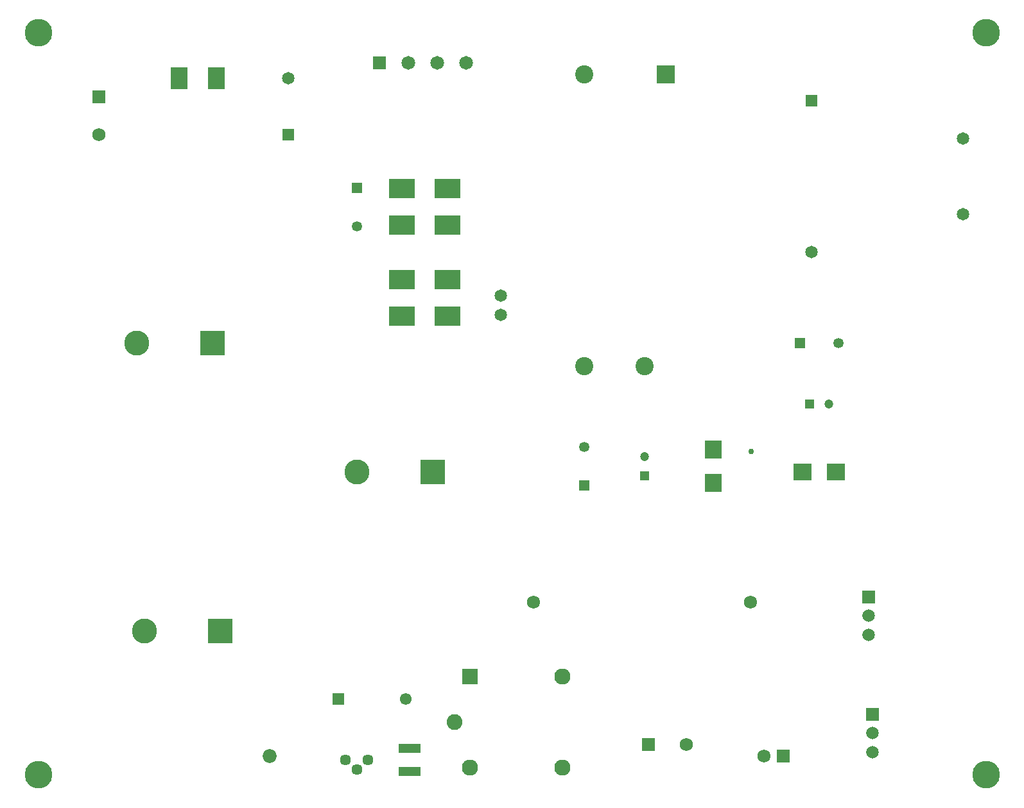
<source format=gts>
G04*
G04 #@! TF.GenerationSoftware,Altium Limited,Altium Designer,23.4.1 (23)*
G04*
G04 Layer_Color=8388736*
%FSLAX44Y44*%
%MOMM*%
G71*
G04*
G04 #@! TF.SameCoordinates,D707CC84-C655-447D-9D72-A261F95A4AE0*
G04*
G04*
G04 #@! TF.FilePolarity,Negative*
G04*
G01*
G75*
%ADD23R,2.3500X2.3000*%
%ADD24R,2.8500X1.3000*%
%ADD25R,3.4500X2.6000*%
%ADD26R,2.3000X2.9500*%
%ADD27R,2.3000X2.3500*%
%ADD28C,1.7250*%
%ADD29C,1.3500*%
%ADD30R,1.3500X1.3500*%
%ADD31C,3.3000*%
%ADD32R,3.3000X3.3000*%
%ADD33C,3.6500*%
%ADD34R,1.6500X1.6500*%
%ADD35C,1.6500*%
%ADD36R,1.2000X1.2000*%
%ADD37C,1.2000*%
%ADD38R,1.3500X1.3500*%
%ADD39R,1.8150X1.8150*%
%ADD40C,1.8150*%
%ADD41R,1.7500X1.7500*%
%ADD42C,1.7500*%
%ADD43C,1.6580*%
%ADD44R,1.6580X1.6580*%
%ADD45R,1.7250X1.7250*%
%ADD46R,1.7500X1.7500*%
%ADD47C,2.4000*%
%ADD48R,2.4000X2.4000*%
%ADD49R,1.6500X1.6500*%
%ADD50R,1.2000X1.2000*%
%ADD51R,2.1300X2.1300*%
%ADD52C,2.0850*%
%ADD53C,2.1300*%
%ADD54C,1.5500*%
%ADD55R,1.5500X1.5500*%
%ADD56C,1.4500*%
%ADD57C,0.7500*%
%ADD58C,1.8450*%
D23*
X1038000Y430000D02*
D03*
X1082000D02*
D03*
D24*
X520000Y65000D02*
D03*
Y35000D02*
D03*
D25*
X570000Y636000D02*
D03*
Y684000D02*
D03*
X510000Y684000D02*
D03*
Y636000D02*
D03*
X570000Y804000D02*
D03*
Y756000D02*
D03*
X510000Y756000D02*
D03*
Y804000D02*
D03*
D26*
X264550Y950000D02*
D03*
X215450D02*
D03*
D27*
X920000Y459500D02*
D03*
Y415500D02*
D03*
D28*
X683000Y258000D02*
D03*
X969000D02*
D03*
X987500Y54750D02*
D03*
D29*
X750000Y462900D02*
D03*
X1085400Y600000D02*
D03*
X450000Y754600D02*
D03*
D30*
X750000Y412100D02*
D03*
X450000Y805400D02*
D03*
D31*
X170000Y220000D02*
D03*
X160000Y600000D02*
D03*
X450000Y430000D02*
D03*
D32*
X270000Y220000D02*
D03*
X260000Y600000D02*
D03*
X550000Y430000D02*
D03*
D33*
X30000Y1010000D02*
D03*
Y30000D02*
D03*
X1280000D02*
D03*
Y1010000D02*
D03*
D34*
X1050000Y920000D02*
D03*
D35*
Y720000D02*
D03*
X1250000Y770000D02*
D03*
Y870000D02*
D03*
X640002Y637298D02*
D03*
Y662698D02*
D03*
X360000Y950000D02*
D03*
D36*
X1047500Y520000D02*
D03*
D37*
X1072500D02*
D03*
X830000Y450000D02*
D03*
D38*
X1034600Y600000D02*
D03*
D39*
X480000Y970000D02*
D03*
D40*
X518100D02*
D03*
X556200D02*
D03*
X594300D02*
D03*
D41*
X835000Y70000D02*
D03*
D42*
X885000D02*
D03*
X110000Y875000D02*
D03*
D43*
X1130000Y60000D02*
D03*
Y85000D02*
D03*
X1125250Y215000D02*
D03*
Y240000D02*
D03*
D44*
X1130000Y110000D02*
D03*
X1125250Y265000D02*
D03*
D45*
X1012500Y54750D02*
D03*
D46*
X110000Y925000D02*
D03*
D47*
X830000Y570000D02*
D03*
X750000D02*
D03*
Y955000D02*
D03*
D48*
X857500D02*
D03*
D49*
X360000Y875000D02*
D03*
D50*
X830000Y425000D02*
D03*
D51*
X599000Y160000D02*
D03*
D52*
X579000Y100000D02*
D03*
D53*
X599000Y40000D02*
D03*
X721000D02*
D03*
Y160000D02*
D03*
D54*
X514400Y130000D02*
D03*
D55*
X425600D02*
D03*
D56*
X435150Y50000D02*
D03*
X450000Y37300D02*
D03*
X464850Y50000D02*
D03*
D57*
X970000Y457500D02*
D03*
D58*
X335000Y55000D02*
D03*
M02*

</source>
